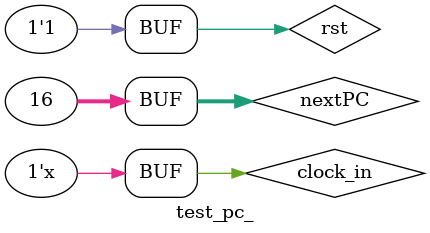
<source format=v>
`timescale 1ns / 1ps


module test_pc_;

	// Inputs
	reg clock_in;
	reg [31:0] nextPC;
	reg rst;

	// Outputs
	wire [31:0] currPC;

	// Instantiate the Unit Under Test (UUT)
	Pc uut (
		.clock_in(clock_in), 
		.nextPC(nextPC), 
		.currPC(currPC), 
		.rst(rst)
	);
	always #5 clock_in = ~clock_in;
	initial begin
		// Initialize Inputs
		clock_in = 0;
		nextPC = 0;
		rst = 1;

		// Wait 100 ns for global reset to finish
		#100;
		nextPC = 'b11111111111111111111111111111111;
		rst = 0;
		
		
		#100;
		nextPC = 'b00000000000000000000000000010000;
		
		
		#100;
		rst =1;
        
		// Add stimulus here

	end
      
endmodule


</source>
